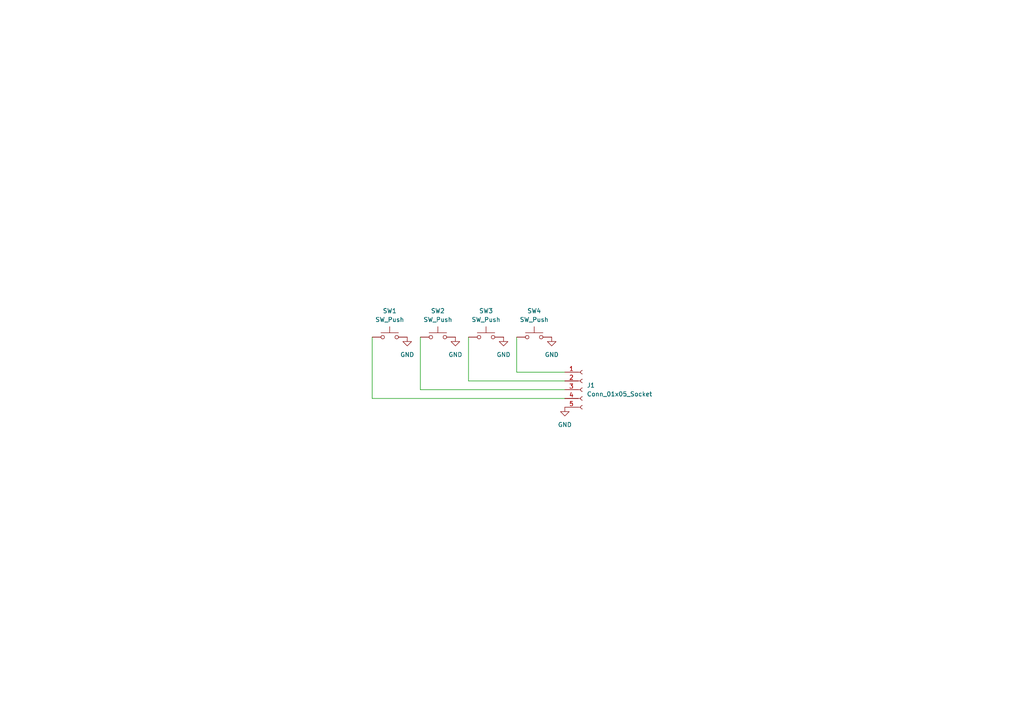
<source format=kicad_sch>
(kicad_sch (version 20250114) (generator "eeschema") (generator_version "9.0")
  (paper "A4")
  (lib_symbols
    (symbol "Connector:Conn_01x05_Socket" (pin_names (offset 1.016) (hide yes))
      (property "Reference" "J" (at 0 7.62 0))
      (property "Value" "Conn_01x05_Socket" (at 0 -7.62 0))
      (symbol "Conn_01x05_Socket_1_1"
        (polyline (pts (xy -1.27 5.08) (xy -0.508 5.08)) (stroke (width 0.1524)))
        (polyline (pts (xy -1.27 2.54) (xy -0.508 2.54)) (stroke (width 0.1524)))
        (polyline (pts (xy -1.27 0) (xy -0.508 0)) (stroke (width 0.1524)))
        (polyline (pts (xy -1.27 -2.54) (xy -0.508 -2.54)) (stroke (width 0.1524)))
        (polyline (pts (xy -1.27 -5.08) (xy -0.508 -5.08)) (stroke (width 0.1524)))
        (arc (start 0 4.572) (mid -0.5058 5.08) (end 0 5.588) (stroke (width 0.1524)))
        (arc (start 0 2.032) (mid -0.5058 2.54) (end 0 3.048) (stroke (width 0.1524)))
        (arc (start 0 -0.508) (mid -0.5058 0) (end 0 0.508) (stroke (width 0.1524)))
        (arc (start 0 -3.048) (mid -0.5058 -2.54) (end 0 -2.032) (stroke (width 0.1524)))
        (arc (start 0 -5.588) (mid -0.5058 -5.08) (end 0 -4.572) (stroke (width 0.1524)))
        (pin passive line (at -5.08 5.08 0) (length 3.81) (name "Pin_1") (number "1"))
        (pin passive line (at -5.08 2.54 0) (length 3.81) (name "Pin_2") (number "2"))
        (pin passive line (at -5.08 0 0) (length 3.81) (name "Pin_3") (number "3"))
        (pin passive line (at -5.08 -2.54 0) (length 3.81) (name "Pin_4") (number "4"))
        (pin passive line (at -5.08 -5.08 0) (length 3.81) (name "Pin_5") (number "5"))
      )
    )
    (symbol "Switch:SW_Push" (pin_numbers (hide yes)) (pin_names (offset 1.016) (hide yes))
      (property "Reference" "SW" (at 1.27 2.54 0))
      (property "Value" "SW_Push" (at 0 -1.524 0))
      (symbol "SW_Push_0_1"
        (circle (center -2.032 0) (radius 0.508))
        (polyline (pts (xy 0 1.27) (xy 0 3.048)))
        (circle (center 2.032 0) (radius 0.508))
        (polyline (pts (xy 2.54 1.27) (xy -2.54 1.27)))
        (pin passive line (at -5.08 0 0) (length 2.54) (name "1") (number "1"))
        (pin passive line (at 5.08 0 180) (length 2.54) (name "2") (number "2"))
      )
    )
    (symbol "power:GND" (power) (pin_numbers (hide yes)) (pin_names (offset 0) (hide yes))
      (property "Value" "GND" (at 0 -3.81 0))
      (symbol "GND_0_1"
        (polyline (pts (xy 0 0) (xy 0 -1.27) (xy 1.27 -1.27) (xy 0 -2.54) (xy -1.27 -1.27) (xy 0 -1.27)))
      )
      (symbol "GND_1_1"
        (pin power_in line (at 0 0 270) (length 0) (name "~") (number "1"))
      )
    )
  )
  (wire (pts (xy 135.89 110.49) (xy 163.83 110.49)))
  (wire (pts (xy 149.86 107.95) (xy 163.83 107.95)))
  (wire (pts (xy 107.95 97.79) (xy 107.95 115.57)))
  (wire (pts (xy 135.89 97.79) (xy 135.89 110.49)))
  (wire (pts (xy 107.95 115.57) (xy 163.83 115.57)))
  (wire (pts (xy 121.92 97.79) (xy 121.92 113.03)))
  (wire (pts (xy 149.86 97.79) (xy 149.86 107.95)))
  (wire (pts (xy 121.92 113.03) (xy 163.83 113.03)))
  (symbol (lib_id "Connector:Conn_01x05_Socket") (at 168.91 113.03 0) (unit 1)
    (property "Reference" "J1" (at 170.18 111.7599 0) (effects (justify left)))
    (property "Value" "Conn_01x05_Socket" (at 170.18 114.2999 0) (effects (justify left)))
    (property "Footprint" "Connector_PinSocket_2.54mm:PinSocket_1x05_P2.54mm_Vertical" (effects (hide yes)))
    (property "Description" "Generic connector, single row, 01x05, script generated" (effects (hide yes)))
  )
  (symbol (lib_id "Switch:SW_Push") (at 140.97 97.79 0) (unit 1)
    (property "Reference" "SW3" (at 140.97 90.17 0))
    (property "Value" "SW_Push" (at 140.97 92.71 0))
    (property "Footprint" "Button_Switch_THT:SW_PUSH-12mm" (effects (hide yes)))
    (property "Description" "Push button switch, generic, two pins" (effects (hide yes)))
  )
  (symbol (lib_id "Switch:SW_Push") (at 154.94 97.79 0) (unit 1)
    (property "Reference" "SW4" (at 154.94 90.17 0))
    (property "Value" "SW_Push" (at 154.94 92.71 0))
    (property "Footprint" "Button_Switch_THT:SW_PUSH-12mm" (effects (hide yes)))
    (property "Description" "Push button switch, generic, two pins" (effects (hide yes)))
  )
  (symbol (lib_id "power:GND") (at 118.11 97.79 0) (unit 1)
    (property "Reference" "#PWR01" (effects (hide yes)))
    (property "Value" "GND" (at 118.11 102.87 0))
    (property "Description" "Power symbol creates a global label with name \"GND\" , ground" (effects (hide yes)))
  )
  (symbol (lib_id "Switch:SW_Push") (at 113.03 97.79 0) (unit 1)
    (property "Reference" "SW1" (at 113.03 90.17 0))
    (property "Value" "SW_Push" (at 113.03 92.71 0))
    (property "Footprint" "Button_Switch_THT:SW_PUSH-12mm" (effects (hide yes)))
    (property "Description" "Push button switch, generic, two pins" (effects (hide yes)))
  )
  (symbol (lib_id "Switch:SW_Push") (at 127 97.79 0) (unit 1)
    (property "Reference" "SW2" (at 127 90.17 0))
    (property "Value" "SW_Push" (at 127 92.71 0))
    (property "Footprint" "Button_Switch_THT:SW_PUSH-12mm" (effects (hide yes)))
    (property "Description" "Push button switch, generic, two pins" (effects (hide yes)))
  )
  (symbol (lib_id "power:GND") (at 163.83 118.11 0) (unit 1)
    (property "Reference" "#PWR05" (effects (hide yes)))
    (property "Value" "GND" (at 163.83 123.19 0))
    (property "Description" "Power symbol creates a global label with name \"GND\" , ground" (effects (hide yes)))
  )
  (symbol (lib_id "power:GND") (at 146.05 97.79 0) (unit 1)
    (property "Reference" "#PWR03" (effects (hide yes)))
    (property "Value" "GND" (at 146.05 102.87 0))
    (property "Description" "Power symbol creates a global label with name \"GND\" , ground" (effects (hide yes)))
  )
  (symbol (lib_id "power:GND") (at 132.08 97.79 0) (unit 1)
    (property "Reference" "#PWR02" (effects (hide yes)))
    (property "Value" "GND" (at 132.08 102.87 0))
    (property "Description" "Power symbol creates a global label with name \"GND\" , ground" (effects (hide yes)))
  )
  (symbol (lib_id "power:GND") (at 160.02 97.79 0) (unit 1)
    (property "Reference" "#PWR04" (effects (hide yes)))
    (property "Value" "GND" (at 160.02 102.87 0))
    (property "Description" "Power symbol creates a global label with name \"GND\" , ground" (effects (hide yes)))
  )
)
</source>
